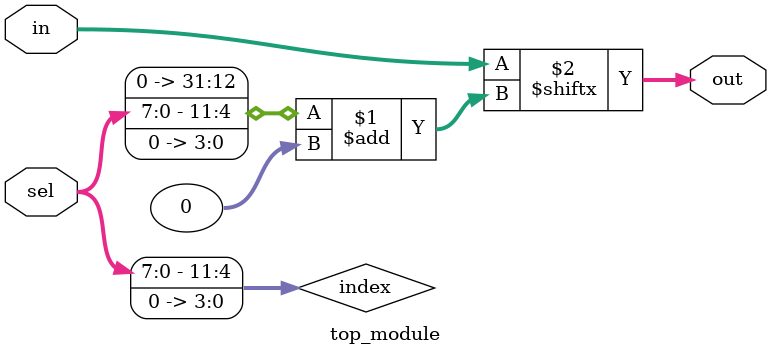
<source format=sv>
module top_module (
	input [1023:0] in,
	input [7:0] sel,
	output [3:0] out
);

   // Calculating the starting index of the 4-bit block in the input vector (in)
   reg [11:0] index = sel << 4;

   // Extracting the 4-bit block from the input vector (in) and assigning it to the output vector (out)
   assign out = in[index +: 4];

endmodule

</source>
